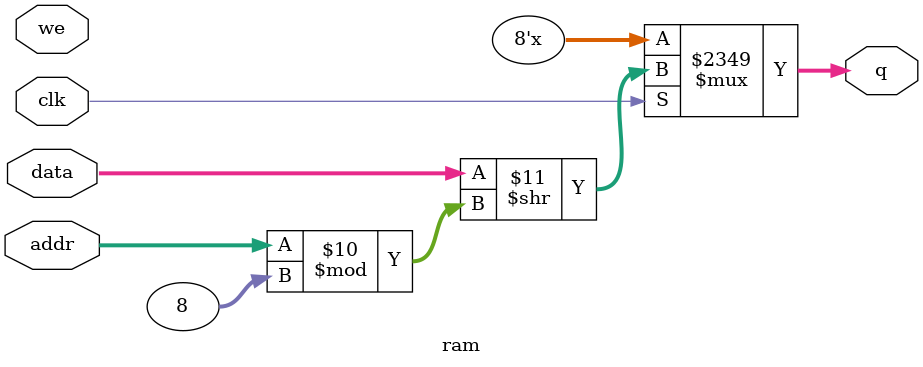
<source format=v>
module ram #(
    parameter ADDR_WIDTH=6,
    parameter DATA_WIDTH=8
) (
    input [DATA_WIDTH-1:0] data,
    input [ADDR_WIDTH-1:0] addr,
    input we, clk,
    output [7:0] q
);
reg [DATA_WIDTH-1:0] ram[2**ADDR_WIDTH-1:0];
// when we is high, write data to ram at address addr
// assign the ram value at address addr to q
always @(we)
begin
    if (clk == 1) begin
        ram[(addr/8)&(2**DATA_WIDTH-1)] = data;
        q <= (data >> (addr%8));
    end
end
endmodule

</source>
